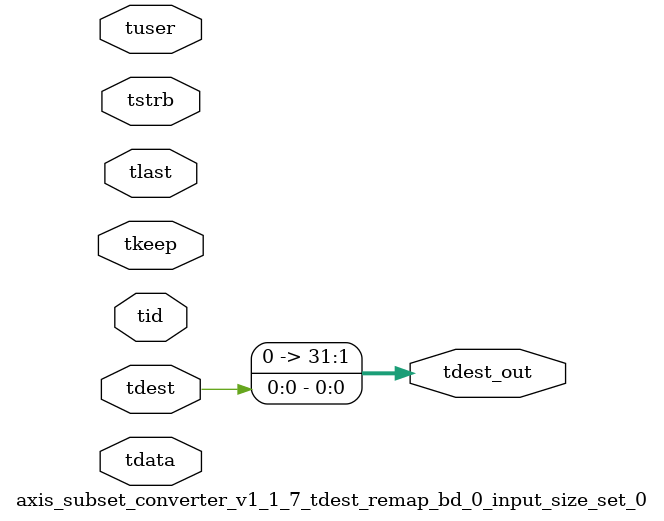
<source format=v>


`timescale 1ps/1ps

module axis_subset_converter_v1_1_7_tdest_remap_bd_0_input_size_set_0 #
(
parameter C_S_AXIS_TDATA_WIDTH = 32,
parameter C_S_AXIS_TUSER_WIDTH = 0,
parameter C_S_AXIS_TID_WIDTH   = 0,
parameter C_S_AXIS_TDEST_WIDTH = 0,
parameter C_M_AXIS_TDEST_WIDTH = 32
)
(
input  [(C_S_AXIS_TDATA_WIDTH == 0 ? 1 : C_S_AXIS_TDATA_WIDTH)-1:0     ] tdata,
input  [(C_S_AXIS_TUSER_WIDTH == 0 ? 1 : C_S_AXIS_TUSER_WIDTH)-1:0     ] tuser,
input  [(C_S_AXIS_TID_WIDTH   == 0 ? 1 : C_S_AXIS_TID_WIDTH)-1:0       ] tid,
input  [(C_S_AXIS_TDEST_WIDTH == 0 ? 1 : C_S_AXIS_TDEST_WIDTH)-1:0     ] tdest,
input  [(C_S_AXIS_TDATA_WIDTH/8)-1:0 ] tkeep,
input  [(C_S_AXIS_TDATA_WIDTH/8)-1:0 ] tstrb,
input                                                                    tlast,
output [C_M_AXIS_TDEST_WIDTH-1:0] tdest_out
);

assign tdest_out = {tdest[0:0]};

endmodule


</source>
